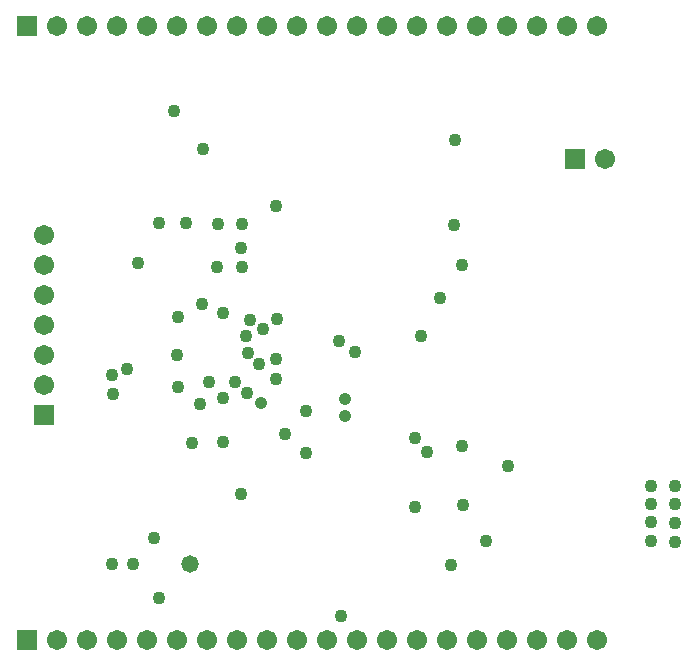
<source format=gbs>
G04*
G04 #@! TF.GenerationSoftware,Altium Limited,Altium Designer,21.2.0 (30)*
G04*
G04 Layer_Color=16711935*
%FSLAX25Y25*%
%MOIN*%
G70*
G04*
G04 #@! TF.SameCoordinates,77A29CB9-FCA2-4D4B-8533-71CC963FDA7C*
G04*
G04*
G04 #@! TF.FilePolarity,Negative*
G04*
G01*
G75*
%ADD47C,0.06706*%
%ADD48R,0.06706X0.06706*%
%ADD49R,0.06706X0.06706*%
%ADD50C,0.04343*%
%ADD51C,0.04143*%
%ADD52C,0.05800*%
D47*
X464700Y376600D02*
D03*
X282000Y216300D02*
D03*
X292000D02*
D03*
X302000D02*
D03*
X312000D02*
D03*
X322000D02*
D03*
X332000D02*
D03*
X342000D02*
D03*
X352000D02*
D03*
X362000D02*
D03*
X372000D02*
D03*
X382000D02*
D03*
X392000D02*
D03*
X402000D02*
D03*
X412000D02*
D03*
X422000D02*
D03*
X432000D02*
D03*
X442000D02*
D03*
X452000D02*
D03*
X462000D02*
D03*
X282000Y421000D02*
D03*
X292000D02*
D03*
X302000D02*
D03*
X312000D02*
D03*
X322000D02*
D03*
X332000D02*
D03*
X342000D02*
D03*
X352000D02*
D03*
X362000D02*
D03*
X372000D02*
D03*
X382000D02*
D03*
X392000D02*
D03*
X402000D02*
D03*
X412000D02*
D03*
X422000D02*
D03*
X432000D02*
D03*
X442000D02*
D03*
X452000D02*
D03*
X462000D02*
D03*
X277900Y311300D02*
D03*
Y301300D02*
D03*
Y321300D02*
D03*
Y331300D02*
D03*
Y341300D02*
D03*
Y351300D02*
D03*
D48*
X454700Y376600D02*
D03*
X272000Y216300D02*
D03*
Y421000D02*
D03*
D49*
X277900Y291300D02*
D03*
D50*
X355100Y310000D02*
D03*
X355144Y303300D02*
D03*
X349600Y308200D02*
D03*
X417600Y261200D02*
D03*
X345600Y298800D02*
D03*
X341500Y302300D02*
D03*
X337300Y297100D02*
D03*
X350900Y319900D02*
D03*
X345700Y312000D02*
D03*
X345000Y317800D02*
D03*
X346600Y323100D02*
D03*
X488000Y249000D02*
D03*
Y255400D02*
D03*
Y261700D02*
D03*
Y267600D02*
D03*
X480000Y267800D02*
D03*
Y261600D02*
D03*
Y255500D02*
D03*
Y249200D02*
D03*
X413600Y241300D02*
D03*
X322500Y324000D02*
D03*
X330400Y328200D02*
D03*
X376100Y315900D02*
D03*
X365100Y292600D02*
D03*
X355400Y323300D02*
D03*
X314300Y250200D02*
D03*
X316200Y230200D02*
D03*
X300300Y241800D02*
D03*
X355000Y360834D02*
D03*
X343900Y340700D02*
D03*
X335500Y340500D02*
D03*
X401300Y260734D02*
D03*
X376900Y224434D02*
D03*
X330700Y380034D02*
D03*
X337400Y325200D02*
D03*
X321200Y392700D02*
D03*
X417200Y341300D02*
D03*
Y281000D02*
D03*
X307600Y241500D02*
D03*
X358000Y285000D02*
D03*
X414900Y383100D02*
D03*
X405300Y278900D02*
D03*
X401300Y283500D02*
D03*
X409700Y330200D02*
D03*
X432600Y274200D02*
D03*
X425100Y249200D02*
D03*
X414600Y354800D02*
D03*
X305600Y306600D02*
D03*
X332800Y302400D02*
D03*
X403300Y317700D02*
D03*
X381400Y312200D02*
D03*
X365000Y278800D02*
D03*
X337400Y282400D02*
D03*
X329900Y295000D02*
D03*
X327200Y281900D02*
D03*
X322500Y300700D02*
D03*
X300500Y304800D02*
D03*
X322200Y311200D02*
D03*
X343600Y347100D02*
D03*
X300800Y298400D02*
D03*
X309200Y342000D02*
D03*
X325000Y355200D02*
D03*
X316000Y355400D02*
D03*
X343400Y265000D02*
D03*
X343800Y354900D02*
D03*
X335900D02*
D03*
D51*
X378127Y291000D02*
D03*
X378200Y296588D02*
D03*
X350200Y295200D02*
D03*
D52*
X326300Y241500D02*
D03*
M02*

</source>
